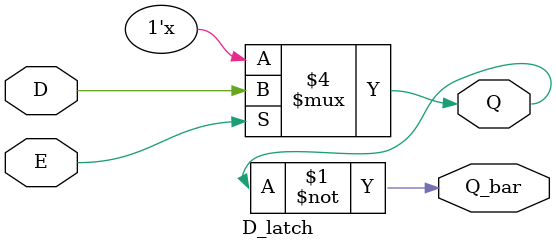
<source format=v>
`timescale 1ns / 1ps

module D_latch(

input D,E,
output reg Q,
output Q_bar

    );
	 
	 
assign Q_bar=~Q;

always @(*)
begin

if(E)
Q=D;
else
Q=Q;
 
end


endmodule

</source>
